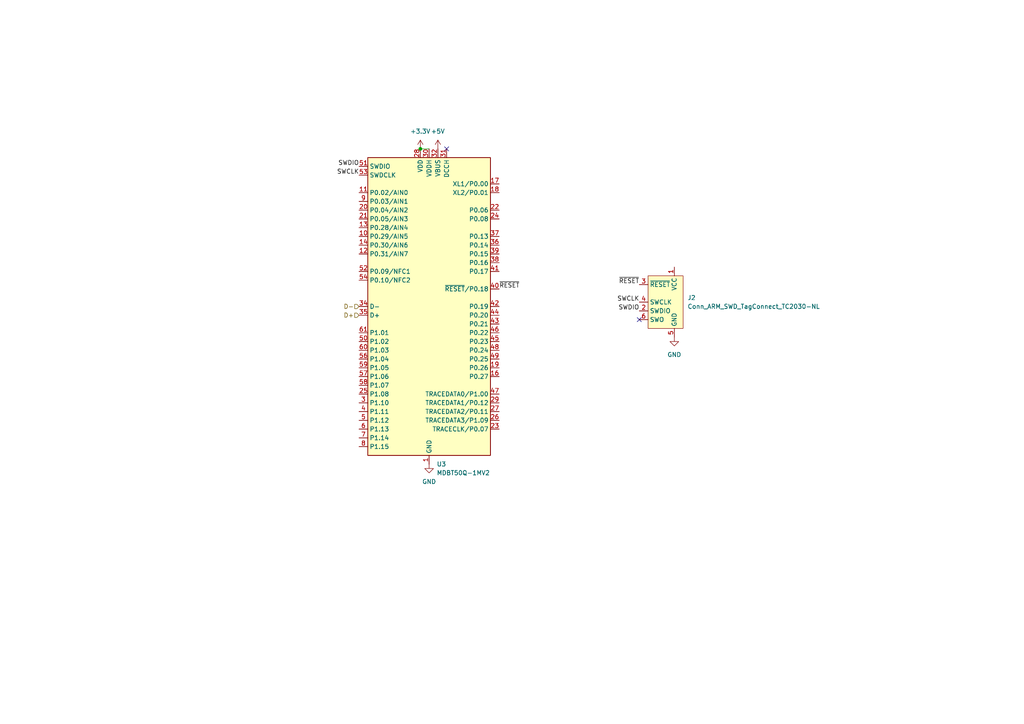
<source format=kicad_sch>
(kicad_sch (version 20231120) (generator "eeschema") (generator_version "7.99")
  (paper "A4")
  (lib_symbols
    (symbol "Connector:Conn_ARM_SWD_TagConnect_TC2030-NL" (in_bom no)
      (property "Reference" "J" (at 2.54 11.43 0))
      (property "Value" "Conn_ARM_SWD_TagConnect_TC2030-NL" (at 2.54 8.89 0))
      (symbol "Conn_ARM_SWD_TagConnect_TC2030-NL_0_0"
        (pin power_in line (at -2.54 10.16 270) (length 2.54) (name "VCC") (number "1"))
        (pin bidirectional line (at 7.62 -2.54 180) (length 2.54) (name "SWDIO") (number "2"))
        (pin open_collector line (at 7.62 5.08 180) (length 2.54) (name "~{RESET}") (number "3"))
        (pin output line (at 7.62 0 180) (length 2.54) (name "SWCLK") (number "4"))
        (pin power_in line (at -2.54 -10.16 90) (length 2.54) (name "GND") (number "5"))
        (pin input line (at 7.62 -5.08 180) (length 2.54) (name "SWO") (number "6"))
      )
      (symbol "Conn_ARM_SWD_TagConnect_TC2030-NL_0_1"
        (rectangle (start -5.08 7.62) (end 5.08 -7.62) (fill (type background)))
      )
    )
    (symbol "RF_Module:MDBT50Q-1MV2"
      (property "Reference" "U" (at 0 0 0))
      (property "Value" "MDBT50Q-1MV2" (at 0 -2.54 0))
      (symbol "MDBT50Q-1MV2_0_1"
        (rectangle (start -17.78 43.18) (end 17.78 -43.18) (stroke (width 0.254)) (fill (type background)))
      )
      (symbol "MDBT50Q-1MV2_1_1"
        (pin power_in line (at 0 -45.72 90) (length 2.54) (name "GND") (number "1"))
        (pin bidirectional line (at -20.32 20.32 0) (length 2.54) (name "P0.29/AIN5") (number "10"))
        (pin bidirectional line (at -20.32 33.02 0) (length 2.54) (name "P0.02/AIN0") (number "11"))
        (pin bidirectional line (at -20.32 15.24 0) (length 2.54) (name "P0.31/AIN7") (number "12"))
        (pin bidirectional line (at -20.32 22.86 0) (length 2.54) (name "P0.28/AIN4") (number "13"))
        (pin bidirectional line (at -20.32 17.78 0) (length 2.54) (name "P0.30/AIN6") (number "14"))
        (pin passive line (at 0 -45.72 90) (length 2.54) hide (name "GND") (number "15"))
        (pin bidirectional line (at 20.32 -20.32 180) (length 2.54) (name "P0.27") (number "16"))
        (pin bidirectional line (at 20.32 35.56 180) (length 2.54) (name "XL1/P0.00") (number "17"))
        (pin bidirectional line (at 20.32 33.02 180) (length 2.54) (name "XL2/P0.01") (number "18"))
        (pin bidirectional line (at 20.32 -17.78 180) (length 2.54) (name "P0.26") (number "19"))
        (pin passive line (at 0 -45.72 90) (length 2.54) hide (name "GND") (number "2"))
        (pin bidirectional line (at -20.32 27.94 0) (length 2.54) (name "P0.04/AIN2") (number "20"))
        (pin bidirectional line (at -20.32 25.4 0) (length 2.54) (name "P0.05/AIN3") (number "21"))
        (pin bidirectional line (at 20.32 27.94 180) (length 2.54) (name "P0.06") (number "22"))
        (pin bidirectional line (at 20.32 -35.56 180) (length 2.54) (name "TRACECLK/P0.07") (number "23"))
        (pin bidirectional line (at 20.32 25.4 180) (length 2.54) (name "P0.08") (number "24"))
        (pin bidirectional line (at -20.32 -25.4 0) (length 2.54) (name "P1.08") (number "25"))
        (pin bidirectional line (at 20.32 -33.02 180) (length 2.54) (name "TRACEDATA3/P1.09") (number "26"))
        (pin bidirectional line (at 20.32 -30.48 180) (length 2.54) (name "TRACEDATA2/P0.11") (number "27"))
        (pin power_in line (at -2.54 45.72 270) (length 2.54) (name "VDD") (number "28"))
        (pin bidirectional line (at 20.32 -27.94 180) (length 2.54) (name "TRACEDATA1/P0.12") (number "29"))
        (pin bidirectional line (at -20.32 -27.94 0) (length 2.54) (name "P1.10") (number "3"))
        (pin power_in line (at 0 45.72 270) (length 2.54) (name "VDDH") (number "30"))
        (pin power_out line (at 5.08 45.72 270) (length 2.54) (name "DCCH") (number "31"))
        (pin power_in line (at 2.54 45.72 270) (length 2.54) (name "VBUS") (number "32"))
        (pin passive line (at 0 -45.72 90) (length 2.54) hide (name "GND") (number "33"))
        (pin bidirectional line (at -20.32 0 0) (length 2.54) (name "D-") (number "34"))
        (pin bidirectional line (at -20.32 -2.54 0) (length 2.54) (name "D+") (number "35"))
        (pin bidirectional line (at 20.32 17.78 180) (length 2.54) (name "P0.14") (number "36"))
        (pin bidirectional line (at 20.32 20.32 180) (length 2.54) (name "P0.13") (number "37"))
        (pin bidirectional line (at 20.32 12.7 180) (length 2.54) (name "P0.16") (number "38"))
        (pin bidirectional line (at 20.32 15.24 180) (length 2.54) (name "P0.15") (number "39"))
        (pin bidirectional line (at -20.32 -30.48 0) (length 2.54) (name "P1.11") (number "4"))
        (pin bidirectional line (at 20.32 5.08 180) (length 2.54) (name "~{RESET}/P0.18") (number "40"))
        (pin bidirectional line (at 20.32 10.16 180) (length 2.54) (name "P0.17") (number "41"))
        (pin bidirectional line (at 20.32 0 180) (length 2.54) (name "P0.19") (number "42"))
        (pin bidirectional line (at 20.32 -5.08 180) (length 2.54) (name "P0.21") (number "43"))
        (pin bidirectional line (at 20.32 -2.54 180) (length 2.54) (name "P0.20") (number "44"))
        (pin bidirectional line (at 20.32 -10.16 180) (length 2.54) (name "P0.23") (number "45"))
        (pin bidirectional line (at 20.32 -7.62 180) (length 2.54) (name "P0.22") (number "46"))
        (pin bidirectional line (at 20.32 -25.4 180) (length 2.54) (name "TRACEDATA0/P1.00") (number "47"))
        (pin bidirectional line (at 20.32 -12.7 180) (length 2.54) (name "P0.24") (number "48"))
        (pin bidirectional line (at 20.32 -15.24 180) (length 2.54) (name "P0.25") (number "49"))
        (pin bidirectional line (at -20.32 -33.02 0) (length 2.54) (name "P1.12") (number "5"))
        (pin bidirectional line (at -20.32 -10.16 0) (length 2.54) (name "P1.02") (number "50"))
        (pin bidirectional line (at -20.32 40.64 0) (length 2.54) (name "SWDIO") (number "51"))
        (pin bidirectional line (at -20.32 10.16 0) (length 2.54) (name "P0.09/NFC1") (number "52"))
        (pin input line (at -20.32 38.1 0) (length 2.54) (name "SWDCLK") (number "53"))
        (pin bidirectional line (at -20.32 7.62 0) (length 2.54) (name "P0.10/NFC2") (number "54"))
        (pin passive line (at 0 -45.72 90) (length 2.54) hide (name "GND") (number "55"))
        (pin bidirectional line (at -20.32 -15.24 0) (length 2.54) (name "P1.04") (number "56"))
        (pin bidirectional line (at -20.32 -20.32 0) (length 2.54) (name "P1.06") (number "57"))
        (pin bidirectional line (at -20.32 -22.86 0) (length 2.54) (name "P1.07") (number "58"))
        (pin bidirectional line (at -20.32 -17.78 0) (length 2.54) (name "P1.05") (number "59"))
        (pin bidirectional line (at -20.32 -35.56 0) (length 2.54) (name "P1.13") (number "6"))
        (pin bidirectional line (at -20.32 -12.7 0) (length 2.54) (name "P1.03") (number "60"))
        (pin bidirectional line (at -20.32 -7.62 0) (length 2.54) (name "P1.01") (number "61"))
        (pin bidirectional line (at -20.32 -38.1 0) (length 2.54) (name "P1.14") (number "7"))
        (pin bidirectional line (at -20.32 -40.64 0) (length 2.54) (name "P1.15") (number "8"))
        (pin bidirectional line (at -20.32 30.48 0) (length 2.54) (name "P0.03/AIN1") (number "9"))
      )
    )
    (symbol "power:+3.3V" (power) (pin_names (offset 0))
      (property "Value" "+3.3V" (at 0 3.556 0))
      (symbol "+3.3V_0_1"
        (polyline (pts (xy -0.762 1.27) (xy 0 2.54)))
        (polyline (pts (xy 0 0) (xy 0 2.54)))
        (polyline (pts (xy 0 2.54) (xy 0.762 1.27)))
      )
      (symbol "+3.3V_1_1"
        (pin power_in line (at 0 0 90) (length 0) hide (name "+3.3V") (number "1"))
      )
    )
    (symbol "power:+5V" (power) (pin_names (offset 0))
      (property "Value" "+5V" (at 0 3.556 0))
      (symbol "+5V_0_1"
        (polyline (pts (xy -0.762 1.27) (xy 0 2.54)))
        (polyline (pts (xy 0 0) (xy 0 2.54)))
        (polyline (pts (xy 0 2.54) (xy 0.762 1.27)))
      )
      (symbol "+5V_1_1"
        (pin power_in line (at 0 0 90) (length 0) hide (name "+5V") (number "1"))
      )
    )
    (symbol "power:GND" (power) (pin_names (offset 0))
      (property "Value" "GND" (at 0 -3.81 0))
      (symbol "GND_0_1"
        (polyline (pts (xy 0 0) (xy 0 -1.27) (xy 1.27 -1.27) (xy 0 -2.54) (xy -1.27 -1.27) (xy 0 -1.27)))
      )
      (symbol "GND_1_1"
        (pin power_in line (at 0 0 270) (length 0) hide (name "GND") (number "1"))
      )
    )
  )
  (junction (at 121.92 43.18))
  (no_connect (at 185.42 92.71))
  (no_connect (at 129.54 43.18))
  (wire (pts (xy 121.92 43.18) (xy 124.46 43.18)))
  (label "SWDIO" (at 185.42 90.17 180))
  (label "SWDIO" (at 104.14 48.26 180))
  (label "SWCLK" (at 104.14 50.8 180))
  (label "~{RESET}" (at 185.42 82.55 180))
  (label "~{RESET}" (at 144.78 83.82 0))
  (label "SWCLK" (at 185.42 87.63 180))
  (hierarchical_label "D+" (shape input) (at 104.14 91.44 180))
  (hierarchical_label "D-" (shape input) (at 104.14 88.9 180))
  (symbol (lib_id "Connector:Conn_ARM_SWD_TagConnect_TC2030-NL") (at 193.04 87.63 0) (mirror y) (unit 1) (in_bom no)
    (property "Reference" "J2" (at 199.39 86.3599 0) (effects (justify right)))
    (property "Value" "Conn_ARM_SWD_TagConnect_TC2030-NL" (at 199.39 88.8999 0) (effects (justify right)))
    (property "Footprint" "Connector:Tag-Connect_TC2030-IDC-NL_2x03_P1.27mm_Vertical" (effects (hide yes)))
    (property "Datasheet" "https://www.tag-connect.com/wp-content/uploads/bsk-pdf-manager/TC2030-CTX_1.pdf" (effects (hide yes)))
    (property "Description" "Tag-Connect ARM Cortex SWD JTAG connector, 6 pin, no legs" (effects (hide yes)))
  )
  (symbol (lib_id "power:+3.3V") (at 121.92 43.18 0) (unit 1)
    (property "Reference" "#PWR026" (effects (hide yes)))
    (property "Value" "+3.3V" (at 121.92 38.1 0))
    (property "Description" "Power symbol creates a global label with name \"+3.3V\"" (effects (hide yes)))
  )
  (symbol (lib_id "power:+5V") (at 127 43.18 0) (unit 1)
    (property "Reference" "#PWR037" (effects (hide yes)))
    (property "Value" "+5V" (at 127 38.1 0))
    (property "Description" "Power symbol creates a global label with name \"+5V\"" (effects (hide yes)))
  )
  (symbol (lib_id "RF_Module:MDBT50Q-1MV2") (at 124.46 88.9 0) (unit 1)
    (property "Reference" "U3" (at 126.6541 134.62 0) (effects (justify left)))
    (property "Value" "MDBT50Q-1MV2" (at 126.6541 137.16 0) (effects (justify left)))
    (property "Footprint" "RF_Module:Raytac_MDBT50Q" (effects (hide yes)))
    (property "Datasheet" "https://www.raytac.com/download/index.php?index_id=43" (effects (hide yes)))
    (property "Description" "Multiprotocol BLE/ANT/2.4 GHz/802.15.4 Cortex-M4F SoC, nRF52840 module" (effects (hide yes)))
  )
  (symbol (lib_id "power:GND") (at 124.46 134.62 0) (unit 1)
    (property "Reference" "#PWR041" (effects (hide yes)))
    (property "Value" "GND" (at 124.46 139.7 0))
    (property "Description" "Power symbol creates a global label with name \"GND\" , ground" (effects (hide yes)))
  )
  (symbol (lib_id "power:GND") (at 195.58 97.79 0) (unit 1)
    (property "Reference" "#PWR027" (effects (hide yes)))
    (property "Value" "GND" (at 195.58 102.87 0))
    (property "Description" "Power symbol creates a global label with name \"GND\" , ground" (effects (hide yes)))
  )
)
</source>
